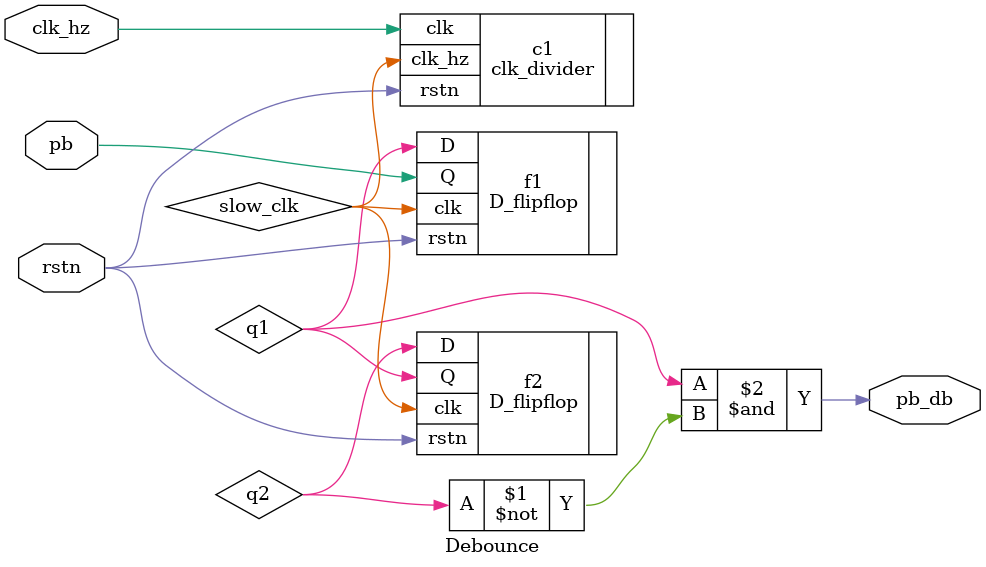
<source format=v>
module Debounce (pb, pb_db, clk_hz, rstn);
  input  pb, clk_hz, rstn;
  output pb_db;

  wire slow_clk;
  wire q1, q2;

  clk_divider c1 (.clk(clk_hz), .rstn(rstn), .clk_hz(slow_clk));
  D_flipflop f1 (.Q(pb), .D(q1), .clk(slow_clk), .rstn(rstn));
  D_flipflop f2 (.Q(q1), .D(q2), .clk(slow_clk), .rstn(rstn));

  assign pb_db = q1 & ~q2;

endmodule // Debounce

</source>
